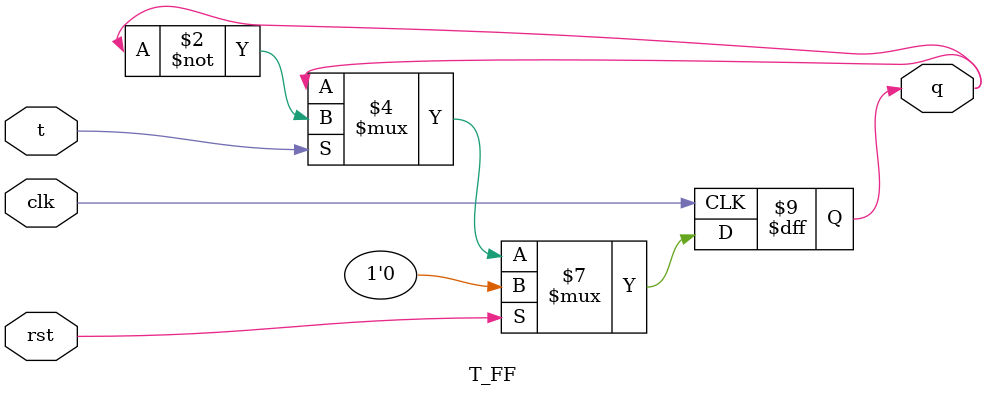
<source format=v>
module T_FF(t,clk,rst,q);
	input t,clk,rst;
	output reg q;
	always @(negedge clk)
	begin
	if(rst)
	q = 1'b0;
	else if(t)
	q <= ~q;
	else
	q <= q;
	end
endmodule

</source>
